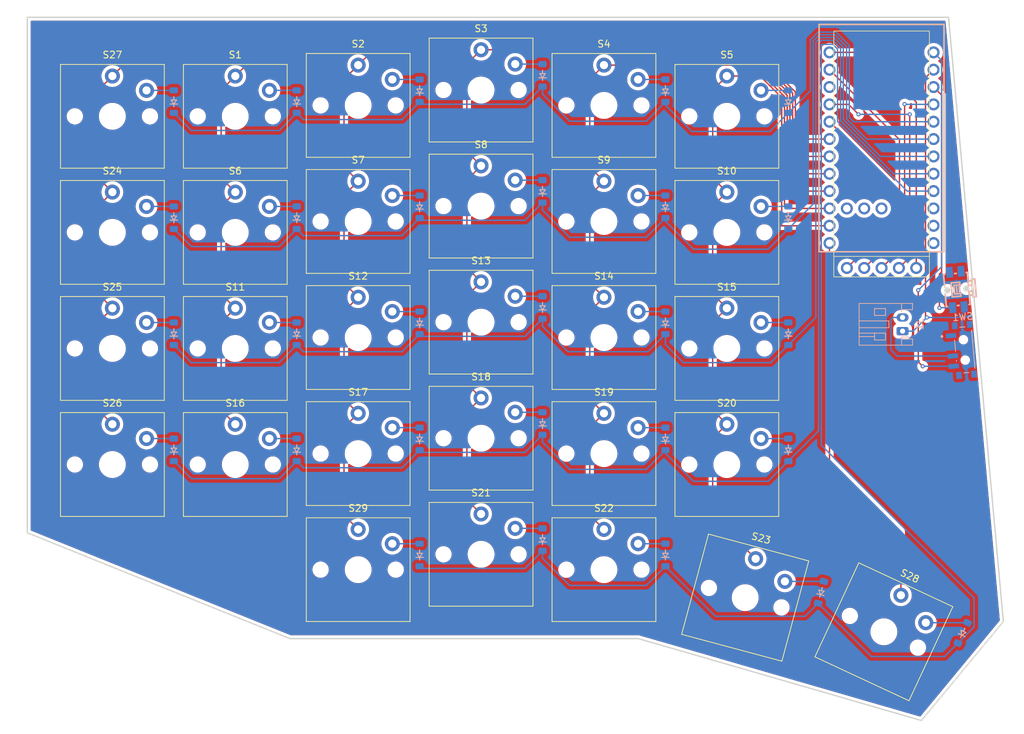
<source format=kicad_pcb>
(kicad_pcb (version 20240108) (generator "pcbnew") (generator_version "8.0")
  (layers (0 "F.Cu" signal) (31 "B.Cu" signal) (34 "B.Paste" user) (35 "F.Paste" user) (36 "B.SilkS" user "B.Silkscreen") (37 "F.SilkS" user "F.Silkscreen") (38 "B.Mask" user) (39 "F.Mask" user) (44 "Edge.Cuts" user))
  (net 0 "")
  (net 1 "Net-(D1-A)")
  (net 2 "Net-(D2-A)")
  (net 3 "Net-(D3-A)")
  (net 4 "Net-(D4-A)")
  (net 5 "Net-(D5-A)")
  (net 6 "Net-(D6-A)")
  (net 7 "Net-(D7-A)")
  (net 8 "Net-(D8-A)")
  (net 9 "Net-(D9-A)")
  (net 10 "Net-(D10-A)")
  (net 11 "Net-(D11-A)")
  (net 12 "Net-(D12-A)")
  (net 13 "Net-(D13-A)")
  (net 14 "Net-(D14-A)")
  (net 15 "Net-(D15-A)")
  (net 16 "row0")
  (net 17 "row2")
  (net 18 "row1")
  (net 19 "col0")
  (net 20 "col1")
  (net 21 "col2")
  (net 22 "col3")
  (net 23 "col4")
  (net 24 "row3")
  (net 25 "SCK")
  (net 26 "Net-(D16-A)")
  (net 27 "col6")
  (net 29 "gnd")
  (net 30 "Net-(D17-A)")
  (net 31 "bat+")
  (net 32 "nano+")
  (net 33 "Net-(D18-A)")
  (net 35 "Net-(D19-A)")
  (net 36 "Net-(D20-A)")
  (net 37 "view_gnd")
  (net 38 "Net-(D21-A)")
  (net 39 "row4")
  (net 40 "Net-(D22-A)")
  (net 41 "Net-(D23-A)")
  (net 42 "Net-(D24-A)")
  (net 43 "Net-(D25-A)")
  (net 44 "Net-(D26-A)")
  (net 45 "Net-(D27-A)")
  (net 46 "row5")
  (net 47 "Net-(D28-A)")
  (net 48 "col5")
  (net 49 "Net-(D29-A)")
  (net 51 "view_pwr")
  (net 53 "MOSI")
  (net 54 "reset")
  (net 56 "CS")
  (footprint "ScottoKeebs_Choc:Choc_V1_1.00u" (layer "F.Cu") (at 142.9625 55.6875)
    (property "Reference" "S3")
    (property "Value" "Keyswitch")
  )
  (footprint "ScottoKeebs_Choc:Choc_V1_1.00u" (layer "F.Cu") (at 142.9625 106.6875)
    (property "Reference" "S18")
    (property "Value" "Keyswitch")
  )
  (footprint "ScottoKeebs_Choc:Choc_V1_1.00u" (layer "F.Cu") (at 124.9625 108.9375)
    (property "Reference" "S17")
    (property "Value" "Keyswitch")
  )
  (footprint "Nice!View_THT:Nice!View" (layer "F.Cu") (at 194.625 83.05)
    (property "Reference" "J2" (hide yes))
    (property "Value" "Conn_01x05_Socket" (hide yes))
  )
  (footprint "ScottoKeebs_Choc:Choc_V1_1.00u" (layer "F.Cu") (at 88.9625 59.5375)
    (property "Reference" "S27")
    (property "Value" "Keyswitch")
  )
  (footprint "ScottoKeebs_Choc:Choc_V1_1.00u" (layer "F.Cu") (at 124.9625 74.9375)
    (property "Reference" "S7")
    (property "Value" "Keyswitch")
  )
  (footprint "ScottoKeebs_MCU:Nice_Nano_V2" (layer "F.Cu") (at 201.62 63.86)
    (property "Reference" "U1" (hide yes))
    (property "Value" "Nice_Nano_V2" (hide yes))
  )
  (footprint "ScottoKeebs_Choc:Choc_V1_1.00u" (layer "F.Cu") (at 160.9625 91.9375)
    (property "Reference" "S14")
    (property "Value" "Keyswitch")
  )
  (footprint "ScottoKeebs_Choc:Choc_V1_1.00u" (layer "F.Cu") (at 160.9625 108.9375)
    (property "Reference" "S19")
    (property "Value" "Keyswitch")
  )
  (footprint "ScottoKeebs_Choc:Choc_V1_1.00u" (layer "F.Cu") (at 160.9625 57.9375)
    (property "Reference" "S4")
    (property "Value" "Keyswitch")
  )
  (footprint "ScottoKeebs_Choc:Choc_V1_1.00u" (layer "F.Cu") (at 160.9625 125.9375)
    (property "Reference" "S22")
    (property "Value" "Keyswitch")
  )
  (footprint "ScottoKeebs_Choc:Choc_V1_1.00u" (layer "F.Cu") (at 160.9625 74.9375)
    (property "Reference" "S9")
    (property "Value" "Keyswitch")
  )
  (footprint "ScottoKeebs_Choc:Choc_V1_1.00u" (layer "F.Cu") (at 124.9625 125.9375)
    (property "Reference" "S29")
    (property "Value" "Keyswitch")
  )
  (footprint "ScottoKeebs_Choc:Choc_V1_1.00u" (layer "F.Cu") (at 142.9625 89.6875)
    (property "Reference" "S13")
    (property "Value" "Keyswitch")
  )
  (footprint "ScottoKeebs_Choc:Choc_V1_1.00u" (layer "F.Cu") (at 181.649908 130.0375 -15)
    (property "Reference" "S23")
    (property "Value" "Keyswitch")
  )
  (footprint "ScottoKeebs_Choc:Choc_V1_1.00u" (layer "F.Cu") (at 142.9625 123.6875)
    (property "Reference" "S21")
    (property "Value" "Keyswitch")
  )
  (footprint "ScottoKeebs_Choc:Choc_V1_1.00u" (layer "F.Cu") (at 106.9625 76.5375)
    (property "Reference" "S6")
    (property "Value" "Keyswitch")
  )
  (footprint "ScottoKeebs_Choc:Choc_V1_1.00u" (layer "F.Cu") (at 124.9625 91.9375)
    (property "Reference" "S12")
    (property "Value" "Keyswitch")
  )
  (footprint "ScottoKeebs_Choc:Choc_V1_1.00u" (layer "F.Cu") (at 106.9625 110.5375)
    (property "Reference" "S16")
    (property "Value" "Keyswitch")
  )
  (footprint "ScottoKeebs_Choc:Choc_V1_1.00u" (layer "F.Cu") (at 178.9625 110.5375)
    (property "Reference" "S20")
    (property "Value" "Keyswitch")
  )
  (footprint "ScottoKeebs_Choc:Choc_V1_1.00u" (layer "F.Cu") (at 106.9625 59.5375)
    (property "Reference" "S1")
    (property "Value" "Keyswitch")
  )
  (footprint "ScottoKeebs_Choc:Choc_V1_1.00u" (layer "F.Cu") (at 124.9625 57.9375)
    (property "Reference" "S2")
    (property "Value" "Keyswitch")
  )
  (footprint "ScottoKeebs_Choc:Choc_V1_1.00u" (layer "F.Cu") (at 106.9625 93.5375)
    (property "Reference" "S11")
    (property "Value" "Keyswitch")
  )
  (footprint "ScottoKeebs_Choc:Choc_V1_1.00u" (layer "F.Cu") (at 178.9625 93.5375)
    (property "Reference" "S15")
    (property "Value" "Keyswitch")
  )
  (footprint "ScottoKeebs_Choc:Choc_V1_1.00u" (layer "F.Cu") (at 88.9625 76.5375)
    (property "Reference" "S24")
    (property "Value" "Keyswitch")
  )
  (footprint "ScottoKeebs_Choc:Choc_V1_1.00u" (layer "F.Cu") (at 178.9625 76.5375)
    (property "Reference" "S10")
    (property "Value" "Keyswitch")
  )
  (footprint "ScottoKeebs_Choc:Choc_V1_1.00u" (layer "F.Cu") (at 88.9625 93.5375)
    (property "Reference" "S25")
    (property "Value" "Keyswitch")
  )
  (footprint "ScottoKeebs_Choc:Choc_V1_1.00u" (layer "F.Cu") (at 88.9625 110.5375)
    (property "Reference" "S26")
    (property "Value" "Keyswitch")
  )
  (footprint "ScottoKeebs_Choc:Choc_V1_1.00u" (layer "F.Cu") (at 142.9625 72.6875)
    (property "Reference" "S8")
    (property "Value" "Keyswitch")
  )
  (footprint "ScottoKeebs_Choc:Choc_V1_1.00u" (layer "F.Cu") (at 178.9625 59.5375)
    (property "Reference" "S5")
    (property "Value" "Keyswitch")
  )
  (footprint "ScottoKeebs_Choc:Choc_V1_1.00u" (layer "F.Cu") (at 201.9625 135.0375 -25)
    (property "Reference" "S28")
    (property "Value" "Keyswitch")
  )
  (footprint "ScottoKeebs_Components:Diode_SOD-123" (layer "B.Cu") (at 169.9625 123.7875 90)
    (property "Reference" "D22" (hide yes))
    (property "Value" "Diode")
  )
  (footprint "ScottoKeebs_Components:Diode_SOD-123" (layer "B.Cu") (at 169.9625 55.7875 90)
    (property "Reference" "D4" (hide yes))
    (property "Value" "Diode")
  )
  (footprint "ScottoKeebs_Components:Diode_SOD-123" (layer "B.Cu") (at 151.9625 53.5375 90)
    (property "Reference" "D3" (hide yes))
    (property "Value" "Diode")
  )
  (footprint "ScottoKeebs_Components:Diode_SOD-123" (layer "B.Cu") (at 151.9625 121.5375 90)
    (property "Reference" "D21" (hide yes))
    (property "Value" "Diode")
  )
  (footprint "ScottoKeebs_Components:Diode_SOD-123" (layer "B.Cu") (at 97.9625 108.3875 90)
    (property "Reference" "D26" (hide yes))
    (property "Value" "Diode")
  )
  (footprint "ScottoKeebs_Components:Diode_SOD-123" (layer "B.Cu") (at 115.9625 74.3875 90)
    (property "Reference" "D11" (hide yes))
    (property "Value" "Diode")
  )
  (footprint "ScottoKeebs_Components:Diode_SOD-123" (layer "B.Cu") (at 133.9625 72.7875 90)
    (property "Reference" "D12" (hide yes))
    (property "Value" "Diode")
  )
  (footprint "ScottoKeebs_Components:Diode_SOD-123" (layer "B.Cu") (at 187.9625 91.3875 90)
    (property "Reference" "D10" (hide yes))
    (property "Value" "Diode")
  )
  (footprint "ScottoKeebs_Components:Diode_SOD-123" (layer "B.Cu") (at 133.9625 123.7875 90)
    (property "Reference" "D29" (hide yes))
    (property "Value" "Diode")
  )
  (footprint "ScottoKeebs_Components:Diode_SOD-123" (layer "B.Cu") (at 169.9625 89.7875 90)
    (property "Reference" "D9" (hide yes))
    (property "Value" "Diode")
  )
  (footprint "ScottoKeebs_Components:Diode_SOD-123" (layer "B.Cu") (at 213.505629 135.204742 65)
    (property "Reference" "D28" (hide yes))
    (property "Value" "Diode")
  )
  (footprint "ScottoKeebs_Components:Diode_SOD-123" (layer "B.Cu") (at 133.9625 55.7875 90)
    (property "Reference" "D2" (hide yes))
    (property "Value" "Diode")
  )
  (footprint "ScottoKeebs_Components:Diode_SOD-123" (layer "B.Cu") (at 169.9625 72.7875 90)
    (property "Reference" "D14" (hide yes))
    (property "Value" "Diode")
  )
  (footprint "ScottoKeebs_Components:Diode_SOD-123" (layer "B.Cu") (at 187.9625 57.3875 90)
    (property "Reference" "D5" (hide yes))
    (property "Value" "Diode")
  )
  (footprint "ScottoKeebs_Components:Diode_SOD-123" (layer "B.Cu") (at 151.9625 104.5375 90)
    (property "Reference" "D18" (hide yes))
    (property "Value" "Diode")
  )
  (footprint "ScottoKeebs_Components:Diode_SOD-123" (layer "B.Cu") (at 115.9625 108.3875 90)
    (property "Reference" "D16" (hide yes))
    (property "Value" "Diode")
  )
  (footprint "SSSS811101:SW_SSSS811101" (layer "B.Cu") (at 213.75 93.75 -85)
    (property "Reference" "S30" (hide yes))
    (property "Value" "SSSS811101" (hide yes))
  )
  (footprint "ScottoKeebs_Components:Diode_SOD-123" (layer "B.Cu") (at 133.9625 89.7875 90)
    (property "Reference" "D7" (hide yes))
    (property "Value" "Diode")
  )
  (footprint "ScottoKeebs_Components:Diode_SOD-123" (layer "B.Cu") (at 133.9625 106.7875 90)
    (property "Reference" "D17" (hide yes))
    (property "Value" "Diode")
  )
  (footprint "ScottoKeebs_Components:Diode_SOD-123" (layer "B.Cu") (at 151.9625 70.5375 90)
    (property "Reference" "D13" (hide yes))
    (property "Value" "Diode")
  )
  (footprint "ScottoKeebs_Components:Diode_SOD-123" (layer "B.Cu") (at 187.9625 74.3875 90)
    (property "Reference" "D15" (hide yes))
    (property "Value" "Diode")
  )
  (footprint "ScottoKeebs_Components:Diode_SOD-123" (layer "B.Cu") (at 169.9625 106.7875 90)
    (property "Reference" "D19" (hide yes))
    (property "Value" "Diode")
  )
  (footprint "ScottoKeebs_Components:Diode_SOD-123" (layer "B.Cu") (at 97.9625 57.3875 90)
    (property "Reference" "D27" (hide yes))
    (property "Value" "Diode")
  )
  (footprint "Connector_JST:JST_PH_S2B-PH-K_1x02_P2.00mm_Horizontal" (layer "B.Cu") (at 204.7 91 90)
    (property "Reference" "J1")
    (property "Value" "Conn_01x02" (hide yes))
  )
  (footprint "ScottoKeebs_Components:Diode_SOD-123" (layer "B.Cu") (at 187.9625 108.3875 90)
    (property "Reference" "D20" (hide yes))
    (property "Value" "Diode")
  )
  (footprint "ScottoKeebs_Components:Diode_SOD-123" (layer "B.Cu") (at 115.9625 57.3875 90)
    (property "Reference" "D1" (hide yes))
    (property "Value" "Diode")
  )
  (footprint "EVQPUC02K:EVQPUC02K" (layer "B.Cu") (at 212.65 84.9 5)
    (property "Reference" "SW1")
    (property "Value" "~" (hide yes))
    (fp_poly (pts (xy -0.95 0) (xy -0.968228 0.12678) (xy -1.021436 0.243288) (xy -1.105313 0.340087) (xy -1.213063 0.409334) (xy -1.335958 0.445421) (xy -1.464042 0.445419) (xy -1.586937 0.409334) (xy -1.694687 0.340086) (xy -1.778564 0.243288) (xy -1.831772 0.12678) (xy -1.85 0) (xy -1.831772 -0.12678) (xy -1.778564 -0.243288) (xy -1.694687 -0.340088) (xy -1.586937 -0.409334) (xy -1.464042 -0.445421) (xy -1.335958 -0.445419) (xy -1.213063 -0.409334) (xy -1.105313 -0.340086) (xy -1.021436 -0.243288) (xy -0.968228 -0.12678)) (fill solid) (layer "Edge.Cuts"))
    (fp_poly (pts (xy 1.85 0) (xy 1.831772 0.12678) (xy 1.778564 0.243288) (xy 1.694687 0.340088) (xy 1.586937 0.409334) (xy 1.464042 0.445421) (xy 1.335958 0.445419) (xy 1.213063 0.409334) (xy 1.105313 0.340086) (xy 1.021436 0.243288) (xy 0.968228 0.12678) (xy 0.95 0) (xy 0.968228 -0.12678) (xy 1.021436 -0.243288) (xy 1.105313 -0.340087) (xy 1.213063 -0.409334) (xy 1.335958 -0.445421) (xy 1.464042 -0.445419) (xy 1.586937 -0.409334) (xy 1.694687 -0.340086) (xy 1.778564 -0.243288) (xy 1.831772 -0.12678)) (fill solid) (layer "Edge.Cuts"))
  )
  (footprint "ScottoKeebs_Components:Diode_SOD-123" (layer "B.Cu") (at 151.9625 87.5375 90)
    (property "Reference" "D8" (hide yes))
    (property "Value" "Diode")
  )
  (footprint "ScottoKeebs_Components:Diode_SOD-123" (layer "B.Cu") (at 192.753986 129.258851 75)
    (property "Reference" "D23" (hide yes))
    (property "Value" "Diode")
  )
  (footprint "ScottoKeebs_Components:Diode_SOD-123" (layer "B.Cu") (at 97.9625 91.3875 90)
    (property "Reference" "D25" (hide yes))
    (property "Value" "Diode")
  )
  (footprint "ScottoKeebs_Components:Diode_SOD-123" (layer "B.Cu") (at 115.9625 91.3875 90)
    (property "Reference" "D6" (hide yes))
    (property "Value" "Diode")
  )
  (footprint "ScottoKeebs_Components:Diode_SOD-123" (layer "B.Cu") (at 97.9625 74.3875 90)
    (property "Reference" "D24" (hide yes))
    (property "Value" "Diode")
  )
  (gr_poly (pts (xy 211.4375 45.0375) (xy 219.4625 133.5375) (xy 207.4625 148.0375) (xy 169.4625 137.0375) (xy 165.9625 136.0375) (xy 114.9625 136.0375) (xy 76.5 120.5375) (xy 76.5 45.0375)) (stroke (width 0.2)) (fill none) (layer "Edge.Cuts"))
  (segment (start 111.9625 55.7375) (end 115.9625 55.7375) (width 0.2) (layer "B.Cu") (net 1))
  (segment (start 129.9625 54.1375) (end 133.9625 54.1375) (width 0.2) (layer "B.Cu") (net 2))
  (segment (start 147.9625 51.8875) (end 151.9625 51.8875) (width 0.2) (layer "B.Cu") (net 3))
  (segment (start 165.9625 54.1375) (end 169.9625 54.1375) (width 0.2) (layer "B.Cu") (net 4))
  (segment (start 183.9625 55.7375) (end 187.9625 55.7375) (width 0.2) (layer "B.Cu") (net 5))
  (segment (start 111.9625 89.7375) (end 115.9625 89.7375) (width 0.2) (layer "B.Cu") (net 6))
  (segment (start 129.9625 88.1375) (end 133.9625 88.1375) (width 0.2) (layer "B.Cu") (net 7))
  (segment (start 147.9625 85.8875) (end 151.9625 85.8875) (width 0.2) (layer "B.Cu") (net 8))
  (segment (start 165.9625 88.1375) (end 169.9625 88.1375) (width 0.2) (layer "B.Cu") (net 9))
  (segment (start 183.9625 89.7375) (end 187.9625 89.7375) (width 0.2) (layer "B.Cu") (net 10))
  (segment (start 111.9625 72.7375) (end 115.9625 72.7375) (width 0.2) (layer "B.Cu") (net 11))
  (segment (start 129.9625 71.1375) (end 133.9625 71.1375) (width 0.2) (layer "B.Cu") (net 12))
  (segment (start 147.9625 68.8875) (end 151.9625 68.8875) (width 0.2) (layer "B.Cu") (net 13))
  (segment (start 165.9625 71.1375) (end 169.9625 71.1375) (width 0.2) (layer "B.Cu") (net 14))
  (segment (start 183.9625 72.7375) (end 187.9625 72.7375) (width 0.2) (layer "B.Cu") (net 15))
  (segment (start 134.2875 57.7625) (end 149.3875 57.7625) (width 0.2) (layer "B.Cu") (net 16))
  (segment (start 196.9 49.143716) (end 196.9 59.7) (width 0.2) (layer "B.Cu") (net 16))
  (segment (start 100.5375 61.6125) (end 113.3875 61.6125) (width 0.2) (layer "B.Cu") (net 16))
  (segment (start 169.9625 57.4375) (end 169.9625 57.875978) (width 0.2) (layer "B.Cu") (net 16))
  (segment (start 185.25 61.75) (end 187.9625 59.0375) (width 0.2) (layer "B.Cu") (net 16))
  (segment (start 194.956284 47.2) (end 196.9 49.143716) (width 0.2) (layer "B.Cu") (net 16))
  (segment (start 149.3875 57.7625) (end 151.9625 55.1875) (width 0.2) (layer "B.Cu") (net 16))
  (segment (start 151.9625 55.1875) (end 151.9625 56.275978) (width 0.2) (layer "B.Cu") (net 16))
  (segment (start 133.9625 57.4375) (end 134.2875 57.7625) (width 0.2) (layer "B.Cu") (net 16))
  (segment (start 97.9625 59.0375) (end 100.5375 61.6125) (width 0.2) (layer "B.Cu") (net 16))
  (segment (start 173.836522 61.75) (end 185.25 61.75) (width 0.2) (layer "B.Cu") (net 16))
  (segment (start 155.936522 60.25) (end 167.15 60.25) (width 0.2) (layer "B.Cu") (net 16))
  (segment (start 169.9625 57.875978) (end 173.836522 61.75) (width 0.2) (layer "B.Cu") (net 16))
  (segment (start 187.9625 59.0375) (end 191.2 55.8) (width 0.2) (layer "B.Cu") (net 16))
  (segment (start 151.9625 56.275978) (end 155.936522 60.25) (width 0.2) (layer "B.Cu") (net 16))
  (segment (start 191.2 55.8) (end 191.2 48.337257) (width 0.2) (layer "B.Cu") (net 16))
  (segment (start 113.3875 61.6125) (end 115.9625 59.0375) (width 0.2) (layer "B.Cu") (net 16))
  (segment (start 116.9375 60.0125) (end 131.3875 60.0125) (width 0.2) (layer "B.Cu") (net 16))
  (segment (start 191.2 48.337257) (end 192.337257 47.2) (width 0.2) (layer "B.Cu") (net 16))
  (segment (start 192.337257 47.2) (end 194.956284 47.2) (width 0.2) (layer "B.Cu") (net 16))
  (segment (start 197.53 60.33) (end 209.24 60.33) (width 0.2) (layer "B.Cu") (net 16))
  (segment (start 196.9 59.7) (end 197.53 60.33) (width 0.2) (layer "B.Cu") (net 16))
  (segment (start 115.9625 59.0375) (end 116.9375 60.0125) (width 0.2) (layer "B.Cu") (net 16))
  (segment (start 167.15 60.25) (end 169.9625 57.4375) (width 0.2) (layer "B.Cu") (net 16))
  (segment (start 131.3875 60.0125) (end 133.9625 57.4375) (width 0.2) (layer "B.Cu") (net 16))
  (segment (start 115.9625 93.0375) (end 113.3875 95.6125) (width 0.2) (layer "B.Cu") (net 17))
  (segment (start 169.9625 92.9625) (end 169.9625 91.4375) (width 0.2) (layer "B.Cu") (net 17))
  (segment (start 192 89) (end 192 48.668629) (width 0.2) (layer "B.Cu") (net 17))
  (segment (start 149.3875 91.7625) (end 134.2875 91.7625) (width 0.2) (layer "B.Cu") (net 17))
  (segment (start 169.9625 91.4375) (end 167.3875 94.0125) (width 0.2) (layer "B.Cu") (net 17))
  (segment (start 201.430993 65.41) (end 209.24 65.41) (width 0.2) (layer "B.Cu") (net 17))
  (segment (start 167.3875 94.0125) (end 155.699022 94.0125) (width 0.2) (layer "B.Cu") (net 17))
  (segment (start 172.6125 95.6125) (end 169.9625 92.9625) (width 0.2) (layer "B.Cu") (net 17))
  (segment (start 116.9375 94.0125) (end 115.9625 93.0375) (width 0.2) (layer "B.Cu") (net 17))
  (segment (start 194.624912 48) (end 196.020993 49.396081) (width 0.2) (layer "B.Cu") (net 17))
  (segment (start 113.3875 95.6125) (end 100.5375 95.6125) (width 0.2) (layer "B.Cu") (net 17))
  (segment (start 187.9625 93.0375) (end 185.3875 95.6125) (width 0.2) (layer "B.Cu") (net 17))
  (segment (start 185.3875 95.6125) (end 172.6125 95.6125) (width 0.2) (layer "B.Cu") (net 17))
  (segment (start 151.9625 89.1875) (end 149.3875 91.7625) (width 0.2) (layer "B.Cu") (net 17))
  (segment (start 131.3875 94.0125) (end 116.9375 94.0125) (width 0.2) (layer "B.Cu") (net 17))
  (segment (start 196.020993 60) (end 201.430993 65.41) (width 0.2) (layer "B.Cu") (net 17))
  (segment (start 151.9625 90.275978) (end 151.9625 89.1875) (width 0.2) (layer "B.Cu") (net 17))
  (segment (start 133.9625 91.4375) (end 131.3875 94.0125) (width 0.2) (layer "B.Cu") (net 17))
  (segment (start 196.020993 49.396081) (end 196.020993 60) (width 0.2) (layer "B.Cu") (net 17))
  (segment (start 134.2875 91.7625) (end 133.9625 91.4375) (width 0.2) (layer "B.Cu") (net 17))
  (segment (start 100.5375 95.6125) (end 97.9625 93.0375) (width 0.2) (layer "B.Cu") (net 17))
  (segment (start 155.699022 94.0125) (end 151.9625 90.275978) (width 0.2) (layer "B.Cu") (net 17))
  (segment (start 192 48.668629) (end 192.668629 48) (width 0.2) (layer "B.Cu") (net 17))
  (segment (start 187.9625 93.0375) (end 192 89) (width 0.2) (layer "B.Cu") (net 17))
  (segment (start 192.668629 48) (end 194.624912 48) (width 0.2) (layer "B.Cu") (net 17))
  (segment (start 169.9625 74.8875) (end 174.075 79) (width 0.2) (layer "B.Cu") (net 18))
  (segment (start 149.3875 74.7625) (end 151.9625 72.1875) (width 0.2) (layer "B.Cu") (net 18))
  (segment (start 192.502943 47.6) (end 194.790598 47.6) (width 0.2) (layer "B.Cu") (net 18))
  (segment (start 187.9625 76.0375) (end 191.6 72.4) (width 0.2) (layer "B.Cu") (net 18))
  (segment (start 169.9625 74.4375) (end 169.9625 74.8875) (width 0.2) (layer "B.Cu") (net 18))
  (segment (start 116.9375 77.0125) (end 131.3875 77.0125) (width 0.2) (layer "B.Cu") (net 18))
  (segment (start 151.9625 72.1875) (end 151.9625 73.275978) (width 0.2) (layer "B.Cu") (net 18))
  (segment (start 155.936522 77.25) (end 167.15 77.25) (width 0.2) (layer "B.Cu") (net 18))
  (segment (start 185 79) (end 187.9625 76.0375) (width 0.2) (layer "B.Cu") (net 18))
  (segment (start 191.6 48.502943) (end 192.502943 47.6) (width 0.2) (layer "B.Cu") (net 18))
  (segment (start 97.9625 76.0375) (end 100.5375 78.6125) (width 0.2) (layer "B.Cu") (net 18))
  (segment (start 115.9625 76.0375) (end 116.9375 77.0125) (width 0.2) (layer "B.Cu") (net 18))
  (segment (start 196.5 49.309402) (end 196.5 59.913321) (width 0.2) (layer "B.Cu") (net 18))
  (segment (start 100.5375 78.6125) (end 113.3875 78.6125) (width 0.2) (layer "B.Cu") (net 18))
  (segment (start 151.9625 73.275978) (end 155.936522 77.25) (width 0.2) (layer "B.Cu") (net 18))
  (segment (start 174.075 79) (end 185 79) (width 0.2) (layer "B.Cu") (net 18))
  (segment (start 194.790598 47.6) (end 196.5 49.309402) (width 0.2) (layer "B.Cu") (net 18))
  (segment (start 131.3875 77.0125) (end 133.9625 74.4375) (width 0.2) (layer "B.Cu") (net 18))
  (segment (start 113.3875 78.6125) (end 115.9625 76.0375) (width 0.2) (layer "B.Cu") (net 18))
  (segment (start 191.6 72.4) (end 191.6 48.502943) (width 0.2) (layer "B.Cu") (net 18))
  (segment (start 167.15 77.25) (end 169.9625 74.4375) (width 0.2) (layer "B.Cu") (net 18))
  (segment (start 133.9625 74.4375) (end 134.2875 74.7625) (width 0.2) (layer "B.Cu") (net 18))
  (segment (start 196.5 59.913321) (end 199.456679 62.87) (width 0.2) (layer "B.Cu") (net 18))
  (segment (start 199.456679 62.87) (end 209.24 62.87) (width 0.2) (layer "B.Cu") (net 18))
  (segment (start 134.2875 74.7625) (end 149.3875 74.7625) (width 0.2) (layer "B.Cu") (net 18))
  (segment (start 86.8875 89.7125) (end 86.8875 102.5625) (width 0.2) (layer "F.Cu") (net 19))
  (segment (start 88.9625 53.6375) (end 86.8875 55.7125) (width 0.2) (layer "F.Cu") (net 19))
  (segment (start 86.8875 85.5625) (end 88.9625 87.6375) (width 0.2) (layer "F.Cu") (net 19))
  (segment (start 88.9625 70.6375) (end 86.8875 72.7125) (width 0.2) (layer "F.Cu") (net 19))
  (segment (start 86.8875 55.7125) (end 86.8875 68.5625) (width 0.2) (layer "F.Cu") (net 19))
  (segment (start 86.8875 68.5625) (end 88.9625 70.6375) (width 0.2) (layer "F.Cu") (net 19))
  (segment (start 189 55.966671) (end 180.333329 47.3) (width 0.2) (layer "F.Cu") (net 19))
  (segment (start 95.3 47.3) (end 88.9625 53.6375) (width 0.2) (layer "F.Cu") (net 19))
  (segment (start 189.77 62.87) (end 189 62.1) (width 0.2) (layer "F.Cu") (net 19))
  (segment (start 88.9625 87.6375) (end 86.8875 89.7125) (width 0.2) (layer "F.Cu") (net 19))
  (segment (start 189 62.1) (end 189 55.966671) (width 0.2) (layer "F.Cu") (net 19))
  (segment (start 86.8875 102.5625) (end 88.9625 104.6375) (width 0.2) (layer "F.Cu") (net 19))
  (segment (start 180.333329 47.3) (end 95.3 47.3) (width 0.2) (layer "F.Cu") (net 19))
  (segment (start 194 62.87) (end 189.77 62.87) (width 0.2) (layer "F.Cu") (net 19))
  (segment (start 86.8875 72.7125) (end 86.8875 85.5625) (width 0.2) (layer "F.Cu") (net 19))
  (segment (start 188.6 64.7) (end 188.6 56.132357) (width 0.2) (layer "F.Cu") (net 20))
  (segment (start 104.8875 68.5625) (end 104.8875 55.7125) (width 0.2) (layer "F.Cu") (net 20))
  (segment (start 106.9625 104.6375) (end 104.8875 102.5625) (width 0.2) (layer "F.Cu") (net 20))
  (segment (start 104.8875 85.5625) (end 104.8875 72.7125) (width 0.2) (layer "F.Cu") (net 20))
  (segment (start 106.9625 70.6375) (end 104.8875 68.5625) (width 0.2) (layer "F.Cu") (net 20))
  (segment (start 104.8875 55.7125) (end 106.9625 53.6375) (width 0.2) (layer "F.Cu") (net 20))
  (segment (start 189.31 65.41) (end 188.6 64.7) (width 0.2) (layer "F.Cu") (net 20))
  (segment (start 188.6 56.132357) (end 180.167643 47.7) (width 0.2) (layer "F.Cu") (net 20))
  (segment (start 180.167643 47.7) (end 112.9 47.7) (width 0.2) (layer "F.Cu") (net 20))
  (segment (start 104.8875 72.7125) (end 106.9625 70.6375) (width 0.2) (layer "F.Cu") (net 20))
  (segment (start 106.9625 87.6375) (end 104.8875 85.5625) (width 0.2) (layer "F.Cu") (net 20))
  (segment (start 104.8875 89.7125) (end 106.9625 87.6375) (width 0.2) (layer "F.Cu") (net 20))
  (segment (start 112.9 47.7) (end 106.9625 53.6375) (width 0.2) (layer "F.Cu") (net 20))
  (segment (start 104.8875 102.5625) (end 104.8875 89.7125) (width 0.2) (layer "F.Cu") (net 20))
  (segment (start 194 65.41) (end 189.31 65.41) (width 0.2) (layer "F.Cu") (net 20))
  (segment (start 122.8875 117.9625) (end 122.8875 105.1125) (width 0.2) (layer "F.Cu") (net 21))
  (segment (start 122.8875 71.1125) (end 124.9625 69.0375) (width 0.2) (layer "F.Cu") (net 21))
  (segment (start 188.2 56.298043) (end 180.001957 48.1) (width 0.2) (layer "F.Cu") (net 21))
  (segment (start 122.8875 83.9625) (end 122.8875 71.1125) (width 0.2) (layer "F.Cu") (net 21))
  (segment (start 194 67.95) (end 188.85 67.95) (width 0.2) (layer "F.Cu") (net 21))
  (segment (start 124.9625 86.0375) (end 122.8875 83.9625) (width 0.2) (layer "F.Cu") (net 21))
  (segment (start 122.8875 88.1125) (end 124.9625 86.0375) (width 0.2) (layer "F.Cu") (net 21))
  (segment (start 180.001957 48.1) (end 128.9 48.1) (width 0.2) (layer "F.Cu") (net 21))
  (segment (start 122.8875 66.9625) (end 122.8875 54.1125) (width 0.2) (layer "F.Cu") (net 21))
  (segment (start 124.9625 103.0375) (end 122.8875 100.9625) (width 0.2) (layer "F.Cu") (net 21))
  (segment (start 122.8875 100.9625) (end 122.8875 88.1125) (width 0.2) (layer "F.Cu") (net 21))
  (segment (start 122.8875 105.1125) (end 124.9625 103.0375) (width 0.2) (layer "F.Cu") (net 21))
  (segment (start 188.2 67.3) (end 188.2 56.298043) (width 0.2) (layer "F.Cu") (net 21))
  (segment (start 124.9625 120.0375) (end 122.8875 117.9625) (width 0.2) (layer "F.Cu") (net 21))
  (segment (start 124.9625 69.0375) (end 122.8875 66.9625) (width 0.2) (layer "F.Cu") (net 21))
  (segment (start 122.8875 54.1125) (end 124.9625 52.0375) (width 0.2) (layer "F.Cu") (net 21))
  (segment (start 188.85 67.95) (end 188.2 67.3) (width 0.2) (layer "F.Cu") (net 21))
  (segment (start 128.9 48.1) (end 124.9625 52.0375) (width 0.2) (layer "F.Cu") (net 21))
  (segment (start 188.39 70.49) (end 187.8 69.9) (width 0.2) (layer "F.Cu") (net 22))
  (segment (start 140.8875 81.7125) (end 140.8875 68.8625) (width 0.2) (layer "F.Cu") (net 22))
  (segment (start 181.123771 49.7875) (end 142.9625 49.7875) (width 0.2) (layer "F.Cu") (net 22))
  (segment (start 140.8875 64.7125) (end 140.8875 51.8625) (width 0.2) (layer "F.Cu") (net 22))
  (segment (start 140.8875 98.7125) (end 140.8875 85.8625) (width 0.2) (layer "F.Cu") (net 22))
  (segment (start 140.8875 85.8625) (end 142.9625 83.7875) (width 0.2) (layer "F.Cu") (net 22))
  (segment (start 140.8875 51.8625) (end 142.9625 49.7875) (width 0.2) (layer "F.Cu") (net 22))
  (segment (start 142.9625 117.7875) (end 140.8875 115.7125) (width 0.2) (layer "F.Cu") (net 22))
  (segment (start 142.9625 100.7875) (end 140.8875 98.7125) (width 0.2) (layer "F.Cu") (net 22))
  (segment (start 140.8875 102.8625) (end 142.9625 100.7875) (width 0.2) (layer "F.Cu") (net 22))
  (segment (start 187.8 56.463729) (end 181.123771 49.7875) (width 0.2) (layer "F.Cu") (net 22))
  (segment (start 140.8875 115.7125) (end 140.8875 102.8625) (width 0.2) (layer "F.Cu") (net 22))
  (segment (start 140.8875 68.8625) (end 142.9625 66.7875) (width 0.2) (layer "F.Cu") (net 22))
  (segment (start 194 70.49) (end 188.39 70.49) (width 0.2) (layer "F.Cu") (net 22))
  (segment (start 187.8 69.9) (end 187.8 56.463729) (width 0.2) (layer "F.Cu") (net 22))
  (segment (start 142.9625 66.7875) (end 140.8875 64.7125) (width 0.2) (layer "F.Cu") (net 22))
  (segment (start 142.9625 83.7875) (end 140.8875 81.7125) (width 0.2) (layer "F.Cu") (net 22))
  (segment (start 158.8875 88.1125) (end 158.8875 100.9625) (width 0.2) (layer "F.Cu") (net 23))
  (segment (start 158.8875 54.1125) (end 158.8875 66.9625) (width 0.2) (layer "F.Cu") (net 23))
  (segment (start 187.83 73.03) (end 187.4 72.6) (width 0.2) (layer "F.Cu") (net 23))
  (segment (start 182.808085 52.0375) (end 160.9625 52.0375) (width 0.2) (layer "F.Cu") (net 23))
  (segment (start 158.8875 66.9625) (end 160.9625 69.0375) (width 0.2) (layer "F.Cu") (net 23))
  (segment (start 158.8875 83.9625) (end 160.9625 86.0375) (width 0.2) (layer "F.Cu") (net 23))
  (segment (start 187.4 72.6) (end 187.4 56.629415) (width 0.2) (layer "F.Cu") (net 23))
  (segment (start 160.9625 52.0375) (end 158.8875 54.1125) (width 0.2) (layer "F.Cu") (net 23))
  (segment (start 158.8875 71.1125) (end 158.8875 83.9625) (width 0.2) (layer "F.Cu") (net 23))
  (segment (start 158.8875 105.1125) (end 158.8875 117.9625) (width 0.2) (layer "F.Cu") (net 23))
  (segment (start 187.4 56.629415) (end 182.808085 52.0375) (width 0.2) (layer "F.Cu") (net 23))
  (segment (start 160.9625 86.0375) (end 158.8875 88.1125) (width 0.2) (layer "F.Cu") (net 23))
  (segment (start 160.9625 103.0375) (end 158.8875 105.1125) (width 0.2) (layer "F.Cu") (net 23))
  (segment (start 158.8875 117.9625) (end 160.9625 120.0375) (width 0.2) (layer "F.Cu") (net 23))
  (segment (start 158.8875 100.9625) (end 160.9625 103.0375) (width 0.2) (layer "F.Cu") (net 23))
  (segment (start 160.9625 69.0375) (end 158.8875 71.1125) (width 0.2) (layer "F.Cu") (net 23))
  (segment (start 194 73.03) (end 187.83 73.03) (width 0.2) (layer "F.Cu") (net 23))
  (segment (start 97.9625 110.0375) (end 100.5375 112.6125) (width 0.2) (layer "B.Cu") (net 24))
  (segment (start 185 113) (end 187.9625 110.0375) (width 0.2) (layer "B.Cu") (net 24))
  (segment (start 192.4 105.6) (end 192.4 48.834315) (width 0.2) (layer "B.Cu") (net 24))
  (segment (start 192.834315 48.4) (end 194.459226 48.4) (width 0.2) (layer "B.Cu") (net 24))
  (segment (start 169.9625 108.4375) (end 169.9625 108.8875) (width 0.2) (layer "B.Cu") (net 24))
  (segment (start 195.620993 60.179007) (end 203.391986 67.95) (width 0.2) (layer "B.Cu") (net 24))
  (segment (start 203.391986 67.95) (end 209.24 67.95) (width 0.2) (layer "B.Cu") (net 24))
  (segment (start 134.2875 108.7625) (end 149.3875 108.7625) (width 0.2) (layer "B.Cu") (net 24))
  (segment (start 167.15 111.25) (end 169.9625 108.4375) (width 0.2) (layer "B.Cu") (net 24))
  (segment (start 195.620993 49.561767) (end 195.620993 60.179007) (width 0.2) (layer "B.Cu") (net 24))
  (segment (start 149.3875 108.7625) (end 151.9625 106.1875) (width 0.2) (layer "B.Cu") (net 24))
  (segment (start 115.9625 110.0375) (end 116.9375 111.0125) (width 0.2) (layer "B.Cu") (net 24))
  (segment (start 169.9625 108.8875) (end 174.075 113) (width 0.2) (layer "B.Cu") (net 24))
  (segment (start 192.4 48.834315) (end 192.834315 48.4) (width 0.2) (layer "B.Cu") (net 24))
  (segment (start 151.9625 106.1875) (end 151.9625 107.275978) (width 0.2) (layer "B.Cu") (net 24))
  (segment (start 116.9375 111.0125) (end 131.3875 111.0125) (width 0.2) (layer "B.Cu") (net 24))
  (segment (start 194.459226 48.4) (end 195.620993 49.561767) (width 0.2) (layer "B.Cu") (net 24))
  (segment (start 174.075 113) (end 185 113) (width 0.2) (layer "B.Cu") (net 24))
  (segment (start 113.3875 112.6125) (end 115.9625 110.0375) (width 0.2) (layer "B.Cu") (net 24))
  (segment (start 151.9625 107.275978) (end 155.936522 111.25) (width 0.2) (layer "B.Cu") (net 24))
  (segment (start 155.936522 111.25) (end 167.15 111.25) (width 0.2) (layer "B.Cu") (net 24))
  (segment (start 187.9625 110.0375) (end 192.4 105.6) (width 0.2) (layer "B.Cu") (net 24))
  (segment (start 133.9625 108.4375) (end 134.2875 108.7625) (width 0.2) (layer "B.Cu") (net 24))
  (segment (start 100.5375 112.6125) (end 113.3875 112.6125) (width 0.2) (layer "B.Cu") (net 24))
  (segment (start 131.3875 111.0125) (end 133.9625 108.4375) (width 0.2) (layer "B.Cu") (net 24))
  (segment (start 204.25 62.96) (end 194 52.71) (width 0.2) (layer "F.Cu") (net 25))
  (segment (start 204.25 76.585) (end 204.25 62.96) (width 0.2) (layer "F.Cu") (net 25))
  (segment (start 199.085 81.75) (end 204.25 76.585) (width 0.2) (layer "F.Cu") (net 25))
  (segment (start 111.9625 106.7375) (end 115.9625 106.7375) (width 0.2) (layer "B.Cu") (net 26))
  (segment (start 194 109.9) (end 204.455948 120.355948) (width 0.2) (layer "F.Cu") (net 27))
  (segment (start 194 78.11) (end 194 109.9) (width 0.2) (layer "F.Cu") (net 27))
  (segment (start 204.455948 120.355948) (end 204.455948 129.690284) (width 0.2) (layer "F.Cu") (net 27))
  (segment (start 208.0637 88.8137) (end 208.0637 53.8863) (width 0.2) (layer "F.Cu") (net 29))
  (segment (start 208.25 89) (end 208.0637 88.8137) (width 0.2) (layer "F.Cu") (net 29))
  (segment (start 208.0637 53.8863) (end 209.24 52.71) (width 0.2) (layer "F.Cu") (net 29))
  (via (at 208.25 89) (size 0.6) (drill 0.3) (layers "F.Cu" "B.Cu") (net 29))
  (segment (start 208.25 89) (end 206.25 91) (width 0.2) (layer "B.Cu") (net 29))
  (segment (start 213.723371 87.416024) (end 213.723371 88.193984) (width 0.2) (layer "B.Cu") (net 29))
  (segment (start 212.917355 89) (end 208.25 89) (width 0.2) (layer "B.Cu") (net 29))
  (segment (start 213.723371 88.193984) (end 212.917355 89) (width 0.2) (layer "B.Cu") (net 29))
  (segment (start 206.25 91) (end 204.7 91) (width 0.2) (layer "B.Cu") (net 29))
  (segment (start 133.9625 105.1375) (end 129.9625 105.1375) (width 0.2) (layer "B.Cu") (net 30))
  (segment (start 203 89.25) (end 203 93.75) (width 0.2) (layer "B.Cu") (net 31))
  (segment (start 203.25 89) (end 203 89.25) (width 0.2) (layer "B.Cu") (net 31))
  (segment (start 211.821693 94.9) (end 212.072024 94.649669) (width 0.2) (layer "B.Cu") (net 31))
  (segment (start 204.7 89) (end 203.25 89) (width 0.2) (layer "B.Cu") (net 31))
  (segment (start 203 93.75) (end 203.899669 94.649669) (width 0.2) (layer "B.Cu") (net 31))
  (segment (start 203.899669 94.649669) (end 212.072024 94.649669) (width 0.2) (layer "B.Cu") (net 31))
  (segment (start 207.6 96.2) (end 207.65 96.15) (width 0.2) (layer "F.Cu") (net 32))
  (segment (start 207 95.5) (end 207 85.75) (width 0.2) (layer "F.Cu") (net 32))
  (segment (start 207 85.75) (end 207 85) (width 0.2) (layer "F.Cu") (net 32))
  (segment (start 207.65 96.15) (end 207 95.5) (width 0.2) (layer "F.Cu") (net 32))
  (via (at 207.65 96.15) (size 0.6) (drill 0.3) (layers "F.Cu" "B.Cu") (net 32))
  (via (at 207 85) (size 0.6) (drill 0.3) (layers "F.Cu" "B.Cu") (net 32))
  (segment (start 207.65 96.15) (end 207.656039 96.143961) (width 0.2) (layer "B.Cu") (net 32))
  (segment (start 207.656039 96.143961) (end 212.20276 96.143961) (width 0.2) (layer "B.Cu") (net 32))
  (segment (start 210.4163 51.3463) (end 209.24 50.17) (width 0.2) (layer "B.Cu") (net 32))
  (segment (start 210.4163 81.5837) (end 210.4163 51.3463) (width 0.2) (layer "B.Cu") (net 32))
  (segment (start 207 85) (end 210.4163 81.5837) (width 0.2) (layer "B.Cu") (net 32))
  (segment (start 151.9625 102.8875) (end 147.9625 102.8875) (width 0.2) (layer "B.Cu") (net 33))
  (segment (start 169.9625 105.1375) (end 165.9625 105.1375) (width 0.2) (layer "B.Cu") (net 35))
  (segment (start 187.9625 106.7375) (end 183.9625 106.7375) (width 0.2) (layer "B.Cu") (net 36))
  (segment (start 205.75 80.165) (end 205.75 59.25) (width 0.2) (layer "F.Cu") (net 37))
  (segment (start 204.165 81.75) (end 205.75 80.165) (width 0.2) (layer "F.Cu") (net 37))
  (segment (start 198.25 59.25) (end 196.79 57.79) (width 0.2) (layer "F.Cu") (net 37))
  (segment (start 196.79 57.79) (end 194 57.79) (width 0.2) (layer "F.Cu") (net 37))
  (via (at 205.75 59.25) (size 0.6) (drill 0.3) (layers "F.Cu" "B.Cu") (net 37))
  (via (at 198.25 59.25) (size 0.6) (drill 0.3) (layers "F.Cu" "B.Cu") (net 37))
  (segment (start 205.75 59.25) (end 198.25 59.25) (width 0.2) (layer "B.Cu") (net 37))
  (segment (start 147.9625 119.8875) (end 151.9625 119.8875) (width 0.2) (layer "B.Cu") (net 38))
  (segment (start 133.9625 125.4375) (end 134.2875 125.7625) (width 0.2) (layer "B.Cu") (net 39))
  (segment (start 192.8 98.8) (end 192.8 49.1) (width 0.2) (layer "B.Cu") (net 39))
  (segment (start 192.9063 48.9937) (end 194.48724 48.9937) (width 0.2) (layer "B.Cu") (net 39))
  (segment (start 151.95 124.263478) (end 155.936522 128.25) (width 0.2) (layer "B.Cu") (net 39))
  (segment (start 212.808309 136.70015) (end 215.167093 134.341366) (width 0.2) (layer "B.Cu") (net 39))
  (segment (start 192.8 49.1) (end 192.8 49) (width 0.2) (layer "B.Cu") (net 39))
  (segment (start 195.1763 49.68276) (end 195.1763 60.3) (width 0.2) (layer "B.Cu") (net 39))
  (segment (start 169.9625 125.4375) (end 177.286005 132.761005) (width 0.2) (layer "B.Cu") (net 39))
  (segment (start 192.8 49.1) (end 192.9063 48.9937) (width 0.2) (layer "B.Cu") (net 39))
  (segment (start 194.48724 48.9937) (end 195.1763 49.68276) (width 0.2) (layer "B.Cu") (net 39))
  (segment (start 155.936522 128.25) (end 167.15 128.25) (width 0.2) (layer "B.Cu") (net 39))
  (segment (start 134.2875 125.7625) (end 149.3875 125.7625) (width 0.2) (layer "B.Cu") (net 39))
  (segment (start 210.846559 138.6619) (end 212.808309 136.70015) (width 0.2) (layer "B.Cu") (net 39))
  (segment (start 177.286005 132.761005) (end 190.41856 132.761005) (width 0.2) (layer "B.Cu") (net 39))
  (segment (start 190.41856 132.761005) (end 192.326936 130.852629) (width 0.2) (layer "B.Cu") (net 39))
  (segment (start 151.9625 123.1875) (end 151.95 123.2) (width 0.2) (layer "B.Cu") (net 39))
  (segment (start 192.8 107.7) (end 192.8 98.8) (width 0.2) (layer "B.Cu") (net 39))
  (segment (start 200.136207 138.6619) (end 210.846559 138.6619) (width 0.2) (layer "B.Cu") (net 39))
  (segment (start 215.1 130) (end 192.8 107.7) (width 0.2) (layer "B.Cu") (net 39))
  (segment (start 215.167093 134.341366) (end 215.167093 130.067093) (width 0.2) (layer "B.Cu") (net 39))
  (segment (start 215.167093 130.067093) (end 215.1 130) (width 0.2) (layer "B.Cu") (net 39))
  (segment (start 149.3875 125.7625) (end 151.9625 123.1875) (width 0.2) (layer "B.Cu") (net 39))
  (segment (start 167.15 128.25) (end 169.9625 125.4375) (width 0.2) (layer "B.Cu") (net 39))
  (segment (start 205.3663 70.49) (end 209.24 70.49) (width 0.2) (layer "B.Cu") (net 39))
  (segment (start 151.95 123.2) (end 151.95 124.263478) (width 0.2) (layer "B.Cu") (net 39))
  (segment (start 192.326936 130.852629) (end 200.136207 138.6619) (width 0.2) (layer "B.Cu") (net 39))
  (segment (start 195.1763 60.3) (end 205.3663 70.49) (width 0.2) (layer "B.Cu") (net 39))
  (segment (start 165.9625 122.1375) (end 169.9625 122.1375) (width 0.2) (layer "B.Cu") (net 40))
  (segment (start 187.46305 127.661078) (end 193.177041 127.661078) (width 0.2) (layer "B.Cu") (net 41))
  (segment (start 193.177041 127.661078) (end 193.181036 127.665073) (width 0.2) (layer "B.Cu") (net 41))
  (segment (start 93.9625 72.7375) (end 97.9625 72.7375) (width 0.2) (layer "B.Cu") (net 42))
  (segment (start 93.9625 89.7375) (end 97.7125 89.7375) (width 0.2) (layer "B.Cu") (net 43))
  (segment (start 97.9625 89.4875) (end 97.9625 89.7375) (width 0.2) (layer "B.Cu") (net 43))
  (segment (start 97.7125 89.7375) (end 97.9625 89.4875) (width 0.2) (layer "B.Cu") (net 43))
  (segment (start 93.9625 106.7375) (end 97.9625 106.7375) (width 0.2) (layer "B.Cu") (net 44))
  (segment (start 93.9625 55.7375) (end 97.9625 55.7375) (width 0.2) (layer "B.Cu") (net 45))
  (segment (start 214.200237 133.706622) (end 214.202949 133.709334) (width 0.2) (layer "B.Cu") (net 47))
  (segment (start 208.099989 133.706622) (end 214.200237 133.706622) (width 0.2) (layer "B.Cu") (net 47))
  (segment (start 183.17694 124.338538) (end 176.8875 118.049098) (width 0.2) (layer "F.Cu") (net 48))
  (segment (start 178.9625 70.6375) (end 176.8875 68.5625) (width 0.2) (layer "F.Cu") (net 48))
  (segment (start 187 75.6) (end 187.03 75.57) (width 0.2) (layer "F.Cu") (net 48))
  (segment (start 176.8875 55.7125) (end 178.9625 53.6375) (width 0.2) (layer "F.Cu") (net 48))
  (segment (start 187 56.795101) (end 187 75.6) (width 0.2) (layer "F.Cu") (net 48))
  (segment (start 176.8875 118.049098) (end 176.8875 106.7125) (width 0.2) (layer "F.Cu") (net 48))
  (segment (start 183.842399 53.6375) (end 187 56.795101) (width 0.2) (layer "F.Cu") (net 48))
  (segment (start 176.8875 68.5625) (end 176.8875 55.7125) (width 0.2) (layer "F.Cu") (net 48))
  (segment (start 176.8875 89.7125) (end 178.9625 87.6375) (width 0.2) (layer "F.Cu") (net 48))
  (segment (start 176.8875 85.5625) (end 176.8875 72.7125) (width 0.2) (layer "F.Cu") (net 48))
  (segment (start 176.8875 72.7125) (end 178.9625 70.6375) (width 0.2) (layer "F.Cu") (net 48))
  (segment (start 178.9625 53.6375) (end 183.842399 53.6375) (width 0.2) (layer "F.Cu") (net 48))
  (segment (start 178.9625 104.6375) (end 176.8875 102.5625) (width 0.2) (layer "F.Cu") (net 48))
  (segment (start 176.8875 106.7125) (end 178.9625 104.6375) (width 0.2) (layer "F.Cu") (net 48))
  (segment (start 176.8875 102.5625) (end 176.8875 89.7125) (width 0.2) (layer "F.Cu") (net 48))
  (segment (start 178.9625 87.6375) (end 176.8875 85.5625) (width 0.2) (layer "F.Cu") (net 48))
  (segment (start 187.03 75.57) (end 194 75.57) (width 0.2) (layer "F.Cu") (net 48))
  (segment (start 129.9625 122.1375) (end 133.9625 122.1375) (width 0.2) (layer "B.Cu") (net 49))
  (segment (start 201.625 81.75) (end 205 78.375) (width 0.2) (layer "F.Cu") (net 51))
  (segment (start 205 78.375) (end 205 57.75) (width 0.2) (layer "F.Cu") (net 51))
  (via (at 205 57.75) (size 0.6) (drill 0.3) (layers "F.Cu" "B.Cu") (net 51))
  (segment (start 205 57.75) (end 205.04 57.79) (width 0.2) (layer "B.Cu") (net 51))
  (segment (start 205.04 57.79) (end 209.24 57.79) (width 0.2) (layer "B.Cu") (net 51))
  (segment (start 196.545 81.75) (end 203.75 74.545) (width 0.2) (layer "F.Cu") (net 53))
  (segment (start 203.75 70.08) (end 194 60.33) (width 0.2) (layer "F.Cu") (net 53))
  (segment (start 203.75 74.545) (end 203.75 70.08) (width 0.2) (layer "F.Cu") (net 53))
  (segment (start 210.4163 82.3337) (end 210.1 82.65) (width 0.2) (layer "F.Cu") (net 54))
  (segment (start 209.24 55.25) (end 210.4163 56.4263) (width 0.2) (layer "F.Cu") (net 54))
  (segment (start 210.1 82.65) (end 210.1 87.6) (width 0.2) (layer "F.Cu") (net 54))
  (segment (start 210.4163 56.4263) (end 210.4163 82.3337) (width 0.2) (layer "F.Cu") (net 54))
  (via (at 210.1 87.6) (size 0.6) (drill 0.3) (layers "F.Cu" "B.Cu") (net 54))
  (segment (start 210.135811 87.564189) (end 210.1 87.6) (width 0.2) (layer "B.Cu") (net 54))
  (segment (start 210.164189 87.664189) (end 210.1 87.6) (width 0.2) (layer "B.Cu") (net 54))
  (segment (start 212.02984 87.564189) (end 210.135811 87.564189) (width 0.2) (layer "B.Cu") (net 54))
  (segment (start 199.42 50.17) (end 194 50.17) (width 0.2) (layer "F.Cu") (net 56))
  (segment (start 206.705 57.455) (end 199.42 50.17) (width 0.2) (layer "F.Cu") (net 56))
  (segment (start 206.705 81.75) (end 206.705 57.455) (width 0.2) (layer "F.Cu") (net 56))
  (zone (net 0) (net_name "") (layers "F&B.Cu") (connect_pads (clearance 0.5)) (min_thickness 0.25) (fill yes (thermal_gap 0.5) (thermal_bridge_width 0.5) (island_removal_mode 1) (island_area_min 10))
    (polygon (pts (xy 75 42.5) (xy 212.5 42.5) (xy 222.5 135) (xy 207.5 150) (xy 165 137.5) (xy 112.5 137.5) (xy 72.5 120)))
  )
)
</source>
